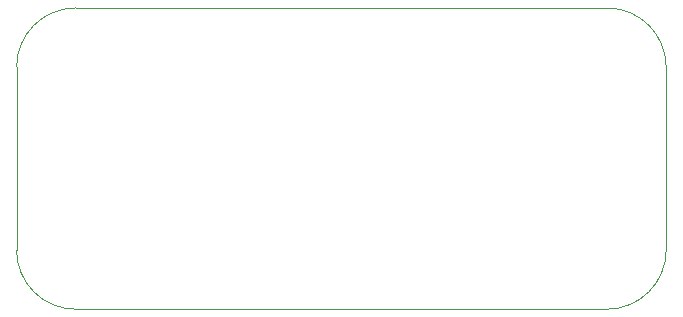
<source format=gbr>
%TF.GenerationSoftware,KiCad,Pcbnew,(5.1.9)-1*%
%TF.CreationDate,2021-12-06T20:25:47-06:00*%
%TF.ProjectId,microkfd,6d696372-6f6b-4666-942e-6b696361645f,A*%
%TF.SameCoordinates,Original*%
%TF.FileFunction,Profile,NP*%
%FSLAX46Y46*%
G04 Gerber Fmt 4.6, Leading zero omitted, Abs format (unit mm)*
G04 Created by KiCad (PCBNEW (5.1.9)-1) date 2021-12-06 20:25:47*
%MOMM*%
%LPD*%
G01*
G04 APERTURE LIST*
%TA.AperFunction,Profile*%
%ADD10C,0.050000*%
%TD*%
G04 APERTURE END LIST*
D10*
X90000000Y-92500000D02*
X90000000Y-108000000D01*
X140000000Y-87500000D02*
X95000000Y-87500000D01*
X145000000Y-108000000D02*
X145000000Y-92500000D01*
X95000000Y-113000000D02*
X140000000Y-113000000D01*
X140000000Y-87500000D02*
G75*
G02*
X145000000Y-92500000I0J-5000000D01*
G01*
X145000000Y-108000000D02*
G75*
G02*
X140000000Y-113000000I-5000000J0D01*
G01*
X95000000Y-113000000D02*
G75*
G02*
X90000000Y-108000000I0J5000000D01*
G01*
X90000000Y-92500000D02*
G75*
G02*
X95000000Y-87500000I5000000J0D01*
G01*
M02*

</source>
